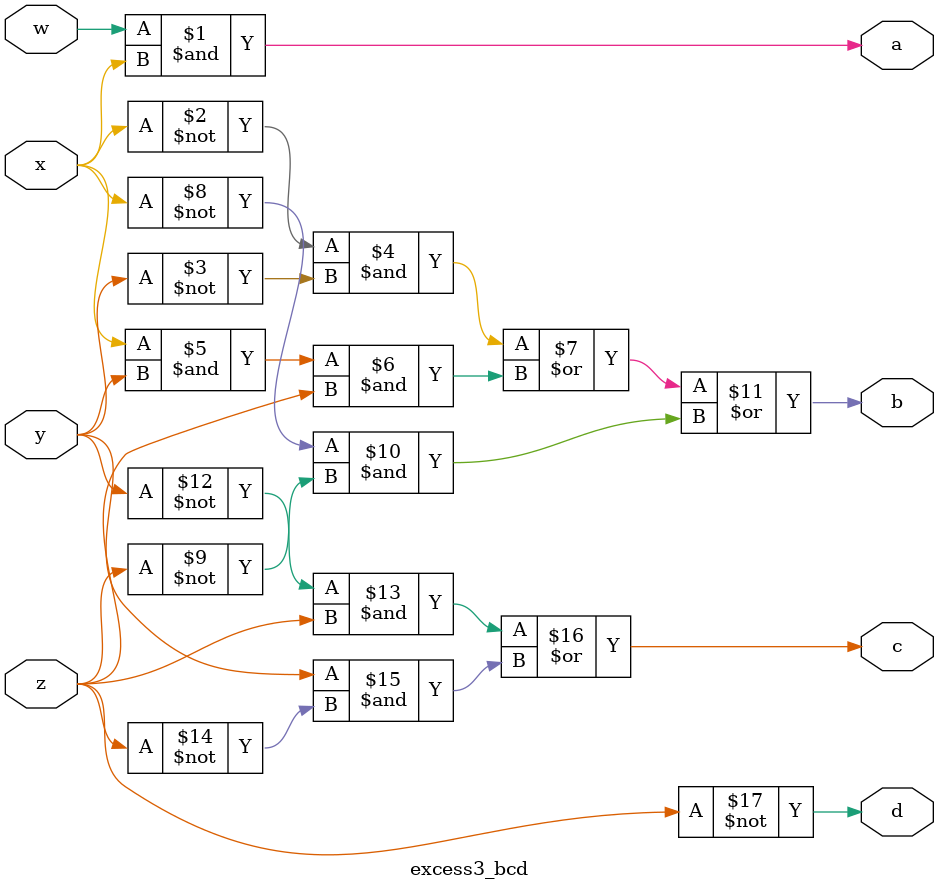
<source format=v>
module excess3_bcd(input w,               
                   input x,
                   input y,
                   input z,
                   output a,
                   output b,
                   output c,
                   output d);
  assign a=(w & x);
  assign b=((~x & ~y) | (x & y & z) | (~x & ~z));
  assign c=((~y & z) | (y  & ~z));
  assign d=(~z);
endmodule
  


</source>
